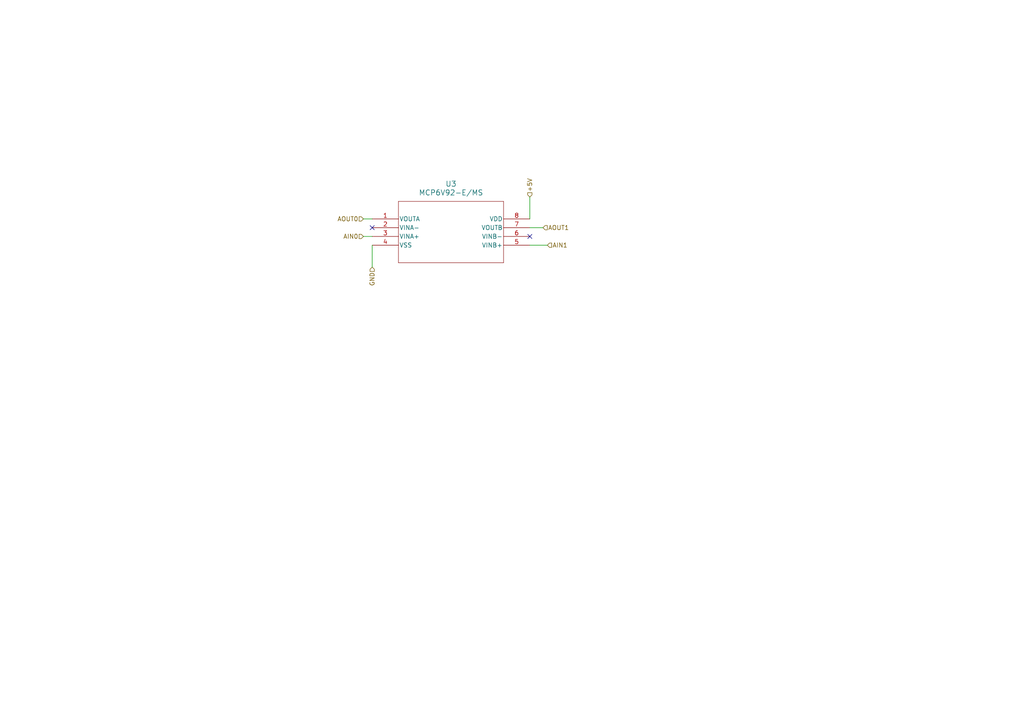
<source format=kicad_sch>
(kicad_sch (version 20231120) (generator "eeschema") (generator_version "8.0")
  (paper "A4")
  (lib_symbols
    (symbol "Amplifier_Difference:MCP6V92-E_MS" (pin_names (offset 0.254))
      (property "Reference" "U" (at 22.86 10.16 0))
      (property "Value" "MCP6V92-E/MS" (at 22.86 7.62 0))
      (symbol "MCP6V92-E_MS_0_1"
        (polyline (pts (xy 7.62 -12.7) (xy 38.1 -12.7)) (stroke (width 0.127)))
        (polyline (pts (xy 7.62 5.08) (xy 7.62 -12.7)) (stroke (width 0.127)))
        (polyline (pts (xy 38.1 -12.7) (xy 38.1 5.08)) (stroke (width 0.127)))
        (polyline (pts (xy 38.1 5.08) (xy 7.62 5.08)) (stroke (width 0.127)))
        (pin output line (at 0 0 0) (length 7.62) (name "VOUTA") (number "1"))
        (pin input line (at 0 -2.54 0) (length 7.62) (name "VINA-") (number "2"))
        (pin input line (at 0 -5.08 0) (length 7.62) (name "VINA+") (number "3"))
        (pin power_out line (at 0 -7.62 0) (length 7.62) (name "VSS") (number "4"))
        (pin input line (at 45.72 -7.62 180) (length 7.62) (name "VINB+") (number "5"))
        (pin input line (at 45.72 -5.08 180) (length 7.62) (name "VINB-") (number "6"))
        (pin output line (at 45.72 -2.54 180) (length 7.62) (name "VOUTB") (number "7"))
        (pin power_in line (at 45.72 0 180) (length 7.62) (name "VDD") (number "8"))
      )
    )
  )
  (no_connect (at 153.67 68.58))
  (no_connect (at 107.95 66.04))
  (wire (pts (xy 107.95 77.47) (xy 107.95 71.12)))
  (wire (pts (xy 105.41 68.58) (xy 107.95 68.58)))
  (wire (pts (xy 105.41 63.5) (xy 107.95 63.5)))
  (wire (pts (xy 158.75 71.12) (xy 153.67 71.12)))
  (wire (pts (xy 153.67 57.15) (xy 153.67 63.5)))
  (wire (pts (xy 157.48 66.04) (xy 153.67 66.04)))
  (hierarchical_label "AIN1" (shape input) (at 158.75 71.12 0))
  (hierarchical_label "+5V" (shape input) (at 153.67 57.15 90))
  (hierarchical_label "AIN0" (shape input) (at 105.41 68.58 180))
  (hierarchical_label "GND" (shape input) (at 107.95 77.47 270))
  (hierarchical_label "AOUT0" (shape input) (at 105.41 63.5 180))
  (hierarchical_label "AOUT1" (shape input) (at 157.48 66.04 0))
  (symbol (lib_id "Amplifier_Difference:MCP6V92-E_MS") (at 107.95 63.5 0) (unit 1)
    (property "Reference" "U3" (at 130.81 53.34 0) (effects (font (size 1.524 1.524))))
    (property "Value" "MCP6V92-E/MS" (at 130.81 55.88 0) (effects (font (size 1.524 1.524))))
    (property "Footprint" "MSOP8_MS_MCH" (effects (hide yes)))
    (property "Datasheet" "MCP6V92-E/MS" (effects (hide yes)))
  )
)
</source>
